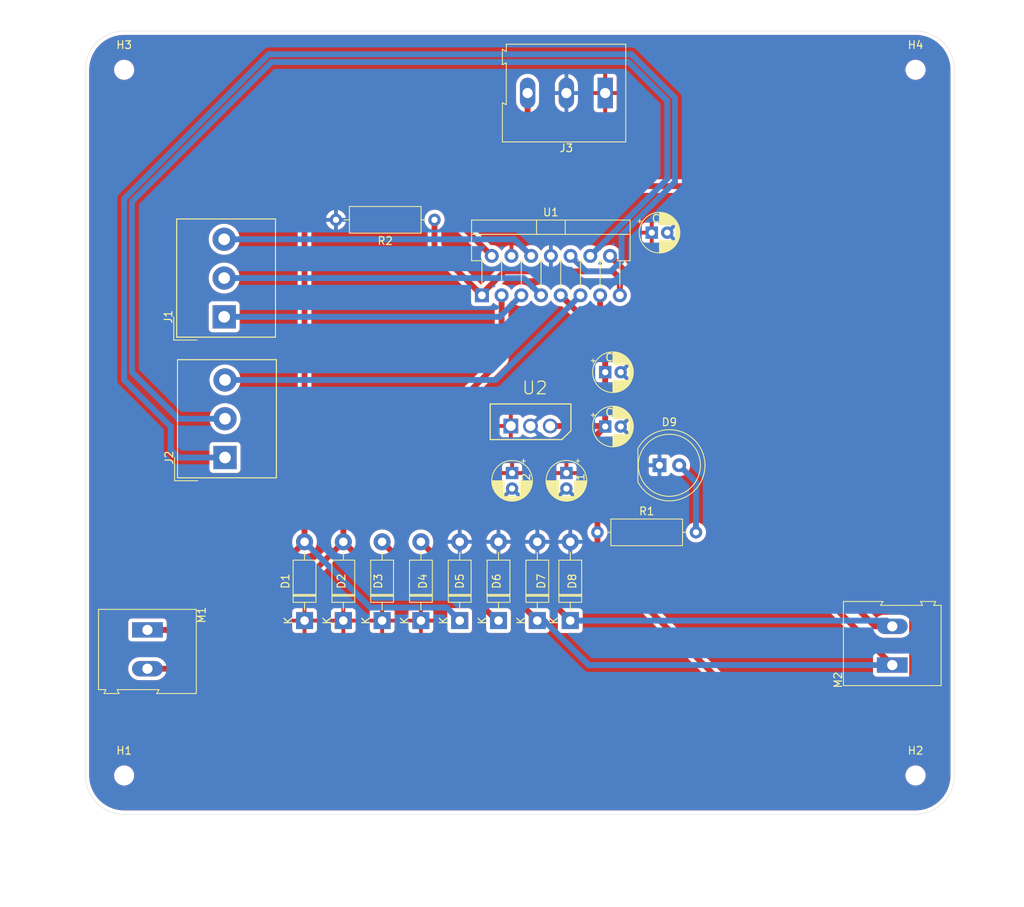
<source format=kicad_pcb>
(kicad_pcb (version 20221018) (generator pcbnew)
  (title_block (title "L298N Motor driver module ") (date "2023-12-11") (rev "4") (company "Author: Arthur Kibalama "))
  (layers (0 "F.Cu" signal) (31 "B.Cu" signal) (34 "B.Paste" user) (35 "F.Paste" user) (36 "B.SilkS" user "B.Silkscreen") (37 "F.SilkS" user "F.Silkscreen") (38 "B.Mask" user) (39 "F.Mask" user) (44 "Edge.Cuts" user))
  (net 0 "")
  (net 1 "+12V")
  (net 2 "GND")
  (net 3 "+5V")
  (net 4 "Net-(D1-A)")
  (net 5 "Net-(D2-A)")
  (net 6 "Net-(D3-A)")
  (net 7 "Net-(D4-A)")
  (net 8 "Net-(D9-A)")
  (net 9 "Net-(U1-SENSE_A)")
  (net 10 "Net-(J1-Pin_1)")
  (net 11 "Net-(J1-Pin_3)")
  (net 12 "Net-(J1-Pin_2)")
  (net 13 "Net-(J2-Pin_1)")
  (net 14 "Net-(J2-Pin_3)")
  (net 15 "Net-(J2-Pin_2)")
  (footprint "Diode_THT:D_DO-41_SOD81_P10.16mm_Horizontal" (layer "F.Cu") (at 124.25 107.03 90)
    (fp_text reference "D2" (at 5.08 -0.25 90) (layer "F.SilkS"))
    (fp_text value "1N4007")
    (fp_text user "K" (at 0 -2.1 90) (layer "F.SilkS"))
    (pad "1" thru_hole rect (at 0 0 90) (size 2.2 2.2) (drill 1.1) (layers "*.Cu" "*.Mask") (net 1 "+12V"))
    (pad "2" thru_hole oval (at 10.16 0 90) (size 2.2 2.2) (drill 1.1) (layers "*.Cu" "*.Mask") (net 5 "Net-(D2-A)"))
  )
  (footprint "Diode_THT:D_DO-41_SOD81_P10.16mm_Horizontal" (layer "F.Cu") (at 134.25 107.03 90)
    (fp_text reference "D4" (at 5.08 0.25 90) (layer "F.SilkS"))
    (fp_text value "1N4007")
    (fp_text user "K" (at 0 -2.1 90) (layer "F.SilkS"))
    (pad "1" thru_hole rect (at 0 0 90) (size 2.2 2.2) (drill 1.1) (layers "*.Cu" "*.Mask") (net 1 "+12V"))
    (pad "2" thru_hole oval (at 10.16 0 90) (size 2.2 2.2) (drill 1.1) (layers "*.Cu" "*.Mask") (net 7 "Net-(D4-A)"))
  )
  (footprint "TerminalBlock:TerminalBlock_Altech_AK300-2_P5.00mm" (layer "F.Cu") (at 99 108.235 -90)
    (fp_text reference "M1" (at -1.92 -6.99 90) (layer "F.SilkS"))
    (fp_text value "Motor_DC")
    (pad "1" thru_hole rect (at 0 0 270) (size 1.98 3.96) (drill 1.32) (layers "*.Cu" "*.Mask") (net 4 "Net-(D1-A)"))
    (pad "2" thru_hole oval (at 5 0 270) (size 1.98 3.96) (drill 1.32) (layers "*.Cu" "*.Mask") (net 5 "Net-(D2-A)"))
  )
  (footprint "TerminalBlock_Altech:Altech_AK300_1x03_P5.00mm_45-Degree" (layer "F.Cu") (at 108.8925 67.8575 90)
    (fp_text reference "J1" (at 0 -7.2 90) (layer "F.SilkS"))
    (fp_text value "Conn_01x03_Pin")
    (pad "1" thru_hole rect (at 0 0 90) (size 3 3) (drill 1.5) (layers "*.Cu" "*.Mask") (net 10 "Net-(J1-Pin_1)"))
    (pad "2" thru_hole circle (at 5 0 90) (size 3 3) (drill 1.5) (layers "*.Cu" "*.Mask") (net 12 "Net-(J1-Pin_2)"))
    (pad "3" thru_hole circle (at 10 0 90) (size 3 3) (drill 1.5) (layers "*.Cu" "*.Mask") (net 11 "Net-(J1-Pin_3)"))
  )
  (footprint "Diode_THT:D_DO-41_SOD81_P10.16mm_Horizontal" (layer "F.Cu") (at 153.5 107.03 90)
    (fp_text reference "D8" (at 5.08 0.25 90) (layer "F.SilkS"))
    (fp_text value "1N4007")
    (fp_text user "K" (at 0 -2.1 90) (layer "F.SilkS"))
    (pad "1" thru_hole rect (at 0 0 90) (size 2.2 2.2) (drill 1.1) (layers "*.Cu" "*.Mask") (net 7 "Net-(D4-A)"))
    (pad "2" thru_hole oval (at 10.16 0 90) (size 2.2 2.2) (drill 1.1) (layers "*.Cu" "*.Mask") (net 2 "GND"))
  )
  (footprint "Diode_THT:D_DO-41_SOD81_P10.16mm_Horizontal" (layer "F.Cu") (at 149.25 107.03 90)
    (fp_text reference "D7" (at 5.08 0.5 90) (layer "F.SilkS"))
    (fp_text value "1N4007")
    (fp_text user "K" (at 0 -2.1 90) (layer "F.SilkS"))
    (pad "1" thru_hole rect (at 0 0 90) (size 2.2 2.2) (drill 1.1) (layers "*.Cu" "*.Mask") (net 6 "Net-(D3-A)"))
    (pad "2" thru_hole oval (at 10.16 0 90) (size 2.2 2.2) (drill 1.1) (layers "*.Cu" "*.Mask") (net 2 "GND"))
  )
  (footprint "MountingHole:MountingHole_2.1mm" (layer "F.Cu") (at 198 36)
    (fp_text reference "H4" (at 0 -3.2) (layer "F.SilkS"))
    (fp_text value "MountingHole")
    (pad "" np_thru_hole circle (at 0 0) (size 2.1 2.1) (drill 2.1) (layers "*.Cu" "*.Mask"))
  )
  (footprint "MountingHole:MountingHole_2.1mm" (layer "F.Cu") (at 198 127)
    (fp_text reference "H2" (at 0 -3.2) (layer "F.SilkS"))
    (fp_text value "MountingHole")
    (pad "" np_thru_hole circle (at 0 0) (size 2.1 2.1) (drill 2.1) (layers "*.Cu" "*.Mask"))
  )
  (footprint "Resistor_THT:R_Axial_DIN0309_L9.0mm_D3.2mm_P12.70mm_Horizontal" (layer "F.Cu") (at 136 55.35 180)
    (fp_text reference "R2" (at 6.35 -2.72) (layer "F.SilkS"))
    (fp_text value "0.5R")
    (pad "1" thru_hole circle (at 0 0 180) (size 1.6 1.6) (drill 0.8) (layers "*.Cu" "*.Mask") (net 9 "Net-(U1-SENSE_A)"))
    (pad "2" thru_hole oval (at 12.7 0 180) (size 1.6 1.6) (drill 0.8) (layers "*.Cu" "*.Mask") (net 2 "GND"))
  )
  (footprint "Capacitor_THT:CP_Radial_D5.0mm_P2.00mm" (layer "F.Cu") (at 158 82)
    (fp_text reference "C4" (at 1 -1.81) (layer "F.SilkS"))
    (fp_text value "1uF")
    (pad "1" thru_hole rect (at 0 0) (size 1.6 1.6) (drill 0.8) (layers "*.Cu" "*.Mask") (net 3 "+5V"))
    (pad "2" thru_hole circle (at 2 0) (size 1.6 1.6) (drill 0.8) (layers "*.Cu" "*.Mask") (net 2 "GND"))
  )
  (footprint "Diode_THT:D_DO-41_SOD81_P10.16mm_Horizontal" (layer "F.Cu") (at 144.25 107.03 90)
    (fp_text reference "D6" (at 5.08 -0.25 90) (layer "F.SilkS"))
    (fp_text value "1N4007")
    (fp_text user "K" (at 0 -2.1 90) (layer "F.SilkS"))
    (pad "1" thru_hole rect (at 0 0 90) (size 2.2 2.2) (drill 1.1) (layers "*.Cu" "*.Mask") (net 5 "Net-(D2-A)"))
    (pad "2" thru_hole oval (at 10.16 0 90) (size 2.2 2.2) (drill 1.1) (layers "*.Cu" "*.Mask") (net 2 "GND"))
  )
  (footprint "TerminalBlock:TerminalBlock_Altech_AK300-3_P5.00mm" (layer "F.Cu") (at 158 39 180)
    (fp_text reference "J3" (at 5 -7.1) (layer "F.SilkS"))
    (fp_text value "~")
    (pad "1" thru_hole rect (at 0 0 180) (size 1.98 3.96) (drill 1.32) (layers "*.Cu" "*.Mask") (net 1 "+12V"))
    (pad "2" thru_hole oval (at 5 0 180) (size 1.98 3.96) (drill 1.32) (layers "*.Cu" "*.Mask") (net 2 "GND"))
    (pad "3" thru_hole oval (at 10 0 180) (size 1.98 3.96) (drill 1.32) (layers "*.Cu" "*.Mask") (net 3 "+5V"))
  )
  (footprint "TerminalBlock_Altech:Altech_AK300_1x03_P5.00mm_45-Degree" (layer "F.Cu") (at 109 86 90)
    (fp_text reference "J2" (at 0 -7.2 90) (layer "F.SilkS"))
    (fp_text value "Conn_01x03_Pin")
    (pad "1" thru_hole rect (at 0 0 90) (size 3 3) (drill 1.5) (layers "*.Cu" "*.Mask") (net 13 "Net-(J2-Pin_1)"))
    (pad "2" thru_hole circle (at 5 0 90) (size 3 3) (drill 1.5) (layers "*.Cu" "*.Mask") (net 15 "Net-(J2-Pin_2)"))
    (pad "3" thru_hole circle (at 10 0 90) (size 3 3) (drill 1.5) (layers "*.Cu" "*.Mask") (net 14 "Net-(J2-Pin_3)"))
  )
  (footprint "Diode_THT:D_DO-41_SOD81_P10.16mm_Horizontal" (layer "F.Cu") (at 129.25 107.03 90)
    (fp_text reference "D3" (at 5.08 -0.5 90) (layer "F.SilkS"))
    (fp_text value "1N4007")
    (fp_text user "K" (at 0 -2.1 90) (layer "F.SilkS"))
    (pad "1" thru_hole rect (at 0 0 90) (size 2.2 2.2) (drill 1.1) (layers "*.Cu" "*.Mask") (net 1 "+12V"))
    (pad "2" thru_hole oval (at 10.16 0 90) (size 2.2 2.2) (drill 1.1) (layers "*.Cu" "*.Mask") (net 6 "Net-(D3-A)"))
  )
  (footprint "78M05 Voltage regulator :Linear Voltage Regulator IC" (layer "F.Cu") (at 150.918425 80.8438)
    (fp_text reference "U2" (at -1.983285 -3.814005) (layer "F.SilkS") (effects (font (size 1.641724 1.641724))))
    (fp_text value "L7805")
    (pad "1" thru_hole rect (at -5.08 1.0922) (size 1.905 1.905) (drill 1.27) (layers "*.Cu" "*.Mask") (net 1 "+12V"))
    (pad "2" thru_hole circle (at -2.54 1.0922) (size 1.905 1.905) (drill 1.27) (layers "*.Cu" "*.Mask") (net 2 "GND"))
    (pad "3" thru_hole circle (at 0 1.0922) (size 1.905 1.905) (drill 1.27) (layers "*.Cu" "*.Mask") (net 3 "+5V"))
  )
  (footprint "Capacitor_THT:CP_Radial_D5.0mm_P2.00mm" (layer "F.Cu") (at 158 75)
    (fp_text reference "C3" (at 1 -1.9) (layer "F.SilkS"))
    (fp_text value "0.1uF")
    (pad "1" thru_hole rect (at 0 0) (size 1.6 1.6) (drill 0.8) (layers "*.Cu" "*.Mask") (net 3 "+5V"))
    (pad "2" thru_hole circle (at 2 0) (size 1.6 1.6) (drill 0.8) (layers "*.Cu" "*.Mask") (net 2 "GND"))
  )
  (footprint "Capacitor_THT:CP_Radial_D5.0mm_P2.00mm" (layer "F.Cu") (at 164 57)
    (fp_text reference "C5" (at 1 -1.81) (layer "F.SilkS"))
    (fp_text value "220uF")
    (pad "1" thru_hole rect (at 0 0) (size 1.6 1.6) (drill 0.8) (layers "*.Cu" "*.Mask") (net 1 "+12V"))
    (pad "2" thru_hole circle (at 2 0) (size 1.6 1.6) (drill 0.8) (layers "*.Cu" "*.Mask") (net 2 "GND"))
  )
  (footprint "Diode_THT:D_DO-41_SOD81_P10.16mm_Horizontal" (layer "F.Cu") (at 119.25 107.03 90)
    (fp_text reference "D1" (at 5.08 -2.47 90) (layer "F.SilkS"))
    (fp_text value "1N4007")
    (fp_text user "K" (at 0 -2.1 90) (layer "F.SilkS"))
    (pad "1" thru_hole rect (at 0 0 90) (size 2.2 2.2) (drill 1.1) (layers "*.Cu" "*.Mask") (net 1 "+12V"))
    (pad "2" thru_hole oval (at 10.16 0 90) (size 2.2 2.2) (drill 1.1) (layers "*.Cu" "*.Mask") (net 4 "Net-(D1-A)"))
  )
  (footprint "MountingHole:MountingHole_2.1mm" (layer "F.Cu") (at 96 127)
    (fp_text reference "H1" (at 0 -3.2) (layer "F.SilkS"))
    (fp_text value "MountingHole")
    (pad "" np_thru_hole circle (at 0 0) (size 2.1 2.1) (drill 2.1) (layers "*.Cu" "*.Mask"))
  )
  (footprint "TerminalBlock:TerminalBlock_Altech_AK300-2_P5.00mm" (layer "F.Cu") (at 195 112.765 90)
    (fp_text reference "M2" (at -1.92 -6.99 90) (layer "F.SilkS"))
    (fp_text value "Motor_DC")
    (pad "1" thru_hole rect (at 0 0 90) (size 1.98 3.96) (drill 1.32) (layers "*.Cu" "*.Mask") (net 6 "Net-(D3-A)"))
    (pad "2" thru_hole oval (at 5 0 90) (size 1.98 3.96) (drill 1.32) (layers "*.Cu" "*.Mask") (net 7 "Net-(D4-A)"))
  )
  (footprint "Capacitor_THT:CP_Radial_D5.0mm_P2.00mm" (layer "F.Cu") (at 153 88 -90)
    (fp_text reference "C1" (at 1 -1.81 90) (layer "F.SilkS"))
    (fp_text value "10uF")
    (pad "1" thru_hole rect (at 0 0 270) (size 1.6 1.6) (drill 0.8) (layers "*.Cu" "*.Mask") (net 1 "+12V"))
    (pad "2" thru_hole circle (at 2 0 270) (size 1.6 1.6) (drill 0.8) (layers "*.Cu" "*.Mask") (net 2 "GND"))
  )
  (footprint "MountingHole:MountingHole_2.1mm" (layer "F.Cu") (at 96 36)
    (fp_text reference "H3" (at 0 -3.2) (layer "F.SilkS"))
    (fp_text value "MountingHole")
    (pad "" np_thru_hole circle (at 0 0) (size 2.1 2.1) (drill 2.1) (layers "*.Cu" "*.Mask"))
  )
  (footprint "Package_TO_SOT_THT:TO-220-15_P2.54x2.54mm_StaggerOdd_Lead4.58mm_Vertical" (layer "F.Cu") (at 142.11 65.08)
    (fp_text reference "U1" (at 8.89 -10.7) (layer "F.SilkS"))
    (fp_text value "L298N")
    (pad "1" thru_hole rect (at 0 0) (size 1.8 1.8) (drill 1) (layers "*.Cu" "*.Mask") (net 9 "Net-(U1-SENSE_A)"))
    (pad "2" thru_hole oval (at 1.27 -5.08) (size 1.8 1.8) (drill 1) (layers "*.Cu" "*.Mask") (net 4 "Net-(D1-A)"))
    (pad "3" thru_hole oval (at 2.54 0) (size 1.8 1.8) (drill 1) (layers "*.Cu" "*.Mask") (net 5 "Net-(D2-A)"))
    (pad "4" thru_hole oval (at 3.81 -5.08) (size 1.8 1.8) (drill 1) (layers "*.Cu" "*.Mask") (net 1 "+12V"))
    (pad "5" thru_hole oval (at 5.08 0) (size 1.8 1.8) (drill 1) (layers "*.Cu" "*.Mask") (net 10 "Net-(J1-Pin_1)"))
    (pad "6" thru_hole oval (at 6.35 -5.08) (size 1.8 1.8) (drill 1) (layers "*.Cu" "*.Mask") (net 11 "Net-(J1-Pin_3)"))
    (pad "7" thru_hole oval (at 7.62 0) (size 1.8 1.8) (drill 1) (layers "*.Cu" "*.Mask") (net 12 "Net-(J1-Pin_2)"))
    (pad "8" thru_hole oval (at 8.89 -5.08) (size 1.8 1.8) (drill 1) (layers "*.Cu" "*.Mask") (net 2 "GND"))
    (pad "9" thru_hole oval (at 10.16 0) (size 1.8 1.8) (drill 1) (layers "*.Cu" "*.Mask") (net 3 "+5V"))
    (pad "10" thru_hole oval (at 11.43 -5.08) (size 1.8 1.8) (drill 1) (layers "*.Cu" "*.Mask") (net 13 "Net-(J2-Pin_1)"))
    (pad "11" thru_hole oval (at 12.7 0) (size 1.8 1.8) (drill 1) (layers "*.Cu" "*.Mask") (net 14 "Net-(J2-Pin_3)"))
    (pad "12" thru_hole oval (at 13.97 -5.08) (size 1.8 1.8) (drill 1) (layers "*.Cu" "*.Mask") (net 15 "Net-(J2-Pin_2)"))
    (pad "13" thru_hole oval (at 15.24 0) (size 1.8 1.8) (drill 1) (layers "*.Cu" "*.Mask") (net 6 "Net-(D3-A)"))
    (pad "14" thru_hole oval (at 16.51 -5.08) (size 1.8 1.8) (drill 1) (layers "*.Cu" "*.Mask") (net 7 "Net-(D4-A)"))
    (pad "15" thru_hole oval (at 17.78 0) (size 1.8 1.8) (drill 1) (layers "*.Cu" "*.Mask") (net 9 "Net-(U1-SENSE_A)"))
  )
  (footprint "Resistor_THT:R_Axial_DIN0309_L9.0mm_D3.2mm_P12.70mm_Horizontal" (layer "F.Cu") (at 157 95.65)
    (fp_text reference "R1" (at 6.35 -2.72) (layer "F.SilkS"))
    (fp_text value "1k")
    (pad "1" thru_hole circle (at 0 0) (size 1.6 1.6) (drill 0.8) (layers "*.Cu" "*.Mask") (net 3 "+5V"))
    (pad "2" thru_hole oval (at 12.7 0) (size 1.6 1.6) (drill 0.8) (layers "*.Cu" "*.Mask") (net 8 "Net-(D9-A)"))
  )
  (footprint "Capacitor_THT:CP_Radial_D5.0mm_P2.00mm" (layer "F.Cu") (at 146 88 -90)
    (fp_text reference "C2" (at 1 -1.81 90) (layer "F.SilkS"))
    (fp_text value "1000uF")
    (pad "1" thru_hole rect (at 0 0 270) (size 1.6 1.6) (drill 0.8) (layers "*.Cu" "*.Mask") (net 1 "+12V"))
    (pad "2" thru_hole circle (at 2 0 270) (size 1.6 1.6) (drill 0.8) (layers "*.Cu" "*.Mask") (net 2 "GND"))
  )
  (footprint "Diode_THT:D_DO-41_SOD81_P10.16mm_Horizontal" (layer "F.Cu") (at 139.25 107.03 90)
    (fp_text reference "D5" (at 5.08 0 90) (layer "F.SilkS"))
    (fp_text value "1N4007")
    (fp_text user "K" (at 0 -2.1 90) (layer "F.SilkS"))
    (pad "1" thru_hole rect (at 0 0 90) (size 2.2 2.2) (drill 1.1) (layers "*.Cu" "*.Mask") (net 4 "Net-(D1-A)"))
    (pad "2" thru_hole oval (at 10.16 0 90) (size 2.2 2.2) (drill 1.1) (layers "*.Cu" "*.Mask") (net 2 "GND"))
  )
  (footprint "LED_THT:LED_D8.0mm" (layer "F.Cu") (at 165 87)
    (fp_text reference "D9" (at 1.27 -5.56) (layer "F.SilkS"))
    (fp_text value "LED")
    (pad "1" thru_hole rect (at 0 0) (size 1.8 1.8) (drill 0.9) (layers "*.Cu" "*.Mask") (net 2 "GND"))
    (pad "2" thru_hole circle (at 2.54 0) (size 1.8 1.8) (drill 0.9) (layers "*.Cu" "*.Mask") (net 8 "Net-(D9-A)"))
  )
  (gr_line (start 203 127) (end 203 36) (stroke (width 0.05)) (layer "Edge.Cuts"))
  (gr_line (start 96 132) (end 198 132) (stroke (width 0.05)) (layer "Edge.Cuts"))
  (gr_arc (start 91 36) (mid 92.464466 32.464466) (end 96 31) (stroke (width 0.05)) (layer "Edge.Cuts"))
  (gr_line (start 198 31) (end 96 31) (stroke (width 0.05)) (layer "Edge.Cuts"))
  (gr_arc (start 198 31) (mid 201.535534 32.464466) (end 203 36) (stroke (width 0.05)) (layer "Edge.Cuts"))
  (gr_arc (start 96 132) (mid 92.464466 130.535534) (end 91 127) (stroke (width 0.05)) (layer "Edge.Cuts"))
  (gr_arc (start 203 127) (mid 201.535534 130.535534) (end 198 132) (stroke (width 0.05)) (layer "Edge.Cuts"))
  (gr_line (start 91 36) (end 91 127) (stroke (width 0.05)) (layer "Edge.Cuts"))
  (segment (start 197.56 94.56) (end 181 78) (width 0.76) (layer "F.Cu") (net 3))
  (segment (start 181 60) (end 172 51) (width 0.76) (layer "F.Cu") (net 3))
  (segment (start 194.56 118) (end 197.56 115) (width 0.76) (layer "F.Cu") (net 3))
  (segment (start 150.918425 81.936) (end 157.936 81.936) (width 0.76) (layer "F.Cu") (net 3))
  (segment (start 172 51) (end 156 51) (width 0.76) (layer "F.Cu") (net 3))
  (segment (start 176 118) (end 194.56 118) (width 0.76) (layer "F.Cu") (net 3))
  (segment (start 157 95.65) (end 157 83) (width 0.76) (layer "F.Cu") (net 3))
  (segment (start 158 75) (end 158 70.81) (width 0.76) (layer "F.Cu") (net 3))
  (segment (start 157 83) (end 158 82) (width 0.76) (layer "F.Cu") (net 3))
  (segment (start 158 82) (end 158 75) (width 0.76) (layer "F.Cu") (net 3))
  (segment (start 156 51) (end 148 43) (width 0.76) (layer "F.Cu") (net 3))
  (segment (start 157.936 81.936) (end 158 82) (width 0.76) (layer "F.Cu") (net 3))
  (segment (start 181 78) (end 181 60) (width 0.76) (layer "F.Cu") (net 3))
  (segment (start 197.56 115) (end 197.56 94.56) (width 0.76) (layer "F.Cu") (net 3))
  (segment (start 157 95.65) (end 157 99) (width 0.76) (layer "F.Cu") (net 3))
  (segment (start 148 43) (end 148 39) (width 0.76) (layer "F.Cu") (net 3))
  (segment (start 157 99) (end 176 118) (width 0.76) (layer "F.Cu") (net 3))
  (segment (start 158 70.81) (end 152.27 65.08) (width 0.76) (layer "F.Cu") (net 3))
  (segment (start 119.25 96.87) (end 119.25 55.75) (width 0.76) (layer "F.Cu") (net 4))
  (segment (start 119.25 55.75) (end 126 49) (width 0.76) (layer "F.Cu") (net 4))
  (segment (start 107.885 108.235) (end 119.25 96.87) (width 0.76) (layer "F.Cu") (net 4))
  (segment (start 126 49) (end 132.38 49) (width 0.76) (layer "F.Cu") (net 4))
  (segment (start 132.38 49) (end 143.38 60) (width 0.76) (layer "F.Cu") (net 4))
  (segment (start 99 108.235) (end 107.885 108.235) (width 0.76) (layer "F.Cu") (net 4))
  (segment (start 127.73 105.35) (end 137.57 105.35) (width 0.76) (layer "B.Cu") (net 4))
  (segment (start 119.25 96.87) (end 127.73 105.35) (width 0.76) (layer "B.Cu") (net 4))
  (segment (start 137.57 105.35) (end 139.25 107.03) (width 0.76) (layer "B.Cu") (net 4))
  (segment (start 124.25 93.75) (end 144.65 73.35) (width 0.76) (layer "F.Cu") (net 5))
  (segment (start 124.25 96.87) (end 124.25 93.75) (width 0.76) (layer "F.Cu") (net 5))
  (segment (start 144.03 107.03) (end 144.25 107.03) (width 0.76) (layer "F.Cu") (net 5))
  (segment (start 99 113.235) (end 107.885 113.235) (width 0.76) (layer "F.Cu") (net 5))
  (segment (start 139 102) (end 144.03 107.03) (width 0.76) (layer "F.Cu") (net 5))
  (segment (start 107.885 113.235) (end 124.25 96.87) (width 0.76) (layer "F.Cu") (net 5))
  (segment (start 144.65 65.08) (end 144.65 73.35) (width 0.76) (layer "F.Cu") (net 5))
  (segment (start 124.25 96.87) (end 129.38 102) (width 0.76) (layer "F.Cu") (net 5))
  (segment (start 129.38 102) (end 139 102) (width 0.76) (layer "F.Cu") (net 5))
  (segment (start 175.130225 92.895225) (end 175.130225 85.130225) (width 0.76) (layer "F.Cu") (net 6))
  (segment (start 175.130225 85.130225) (end 157.35 67.35) (width 0.76) (layer "F.Cu") (net 6))
  (segment (start 129.25 96.87) (end 133.38 101) (width 0.76) (layer "F.Cu") (net 6))
  (segment (start 157.35 67.35) (end 157.35 65.08) (width 0.76) (layer "F.Cu") (net 6))
  (segment (start 133.38 101) (end 143.22 101) (width 0.76) (layer "F.Cu") (net 6))
  (segment (start 195 112.765) (end 175.130225 92.895225) (width 0.76) (layer "F.Cu") (net 6))
  (segment (start 143.22 101) (end 149.25 107.03) (width 0.76) (layer "F.Cu") (net 6))
  (segment (start 149.25 107.03) (end 150.14 107.03) (width 0.76) (layer "B.Cu") (net 6))
  (segment (start 155.875 112.765) (end 195 112.765) (width 0.76) (layer "B.Cu") (net 6))
  (segment (start 150.14 107.03) (end 155.875 112.765) (width 0.76) (layer "B.Cu") (net 6))
  (segment (start 146.47 100) (end 137.38 100) (width 0.76) (layer "F.Cu") (net 7))
  (segment (start 153.5 107.03) (end 146.47 100) (width 0.76) (layer "F.Cu") (net 7))
  (segment (start 137.38 100) (end 134.25 96.87) (width 0.76) (layer "F.Cu") (net 7))
  (segment (start 177 85) (end 177 92) (width 0.76) (layer "F.Cu") (net 7))
  (segment (start 192.765 107.765) (end 195 107.765) (width 0.76) (layer "F.Cu") (net 7))
  (segment (start 177 92) (end 192.765 107.765) (width 0.76) (layer "F.Cu") (net 7))
  (segment (start 162 63.38) (end 162 70) (width 0.76) (layer "F.Cu") (net 7))
  (segment (start 158.62 60) (end 162 63.38) (width 0.76) (layer "F.Cu") (net 7))
  (segment (start 162 70) (end 177 85) (width 0.76) (layer "F.Cu") (net 7))
  (segment (start 194.265 107.03) (end 195 107.765) (width 0.76) (layer "B.Cu") (net 7))
  (segment (start 153.5 107.03) (end 194.265 107.03) (width 0.76) (layer "B.Cu") (net 7))
  (segment (start 169.7 89.16) (end 167.54 87) (width 0.76) (layer "B.Cu") (net 8))
  (segment (start 169.7 95.65) (end 169.7 89.16) (width 0.76) (layer "B.Cu") (net 8))
  (segment (start 159 62) (end 145 62) (width 0.76) (layer "F.Cu") (net 9))
  (segment (start 159.89 62.89) (end 159 62) (width 0.76) (layer "F.Cu") (net 9))
  (segment (start 136 58.97) (end 142.11 65.08) (width 0.76) (layer "F.Cu") (net 9))
  (segment (start 145 62) (end 142.11 64.89) (width 0.76) (layer "F.Cu") (net 9))
  (segment (start 136 55.35) (end 136 58.97) (width 0.76) (layer "F.Cu") (net 9))
  (segment (start 142.11 64.89) (end 142.11 65.08) (width 0.76) (layer "F.Cu") (net 9))
  (segment (start 159.89 65.08) (end 159.89 62.89) (width 0.76) (layer "F.Cu") (net 9))
  (segment (start 144.4125 67.8575) (end 147.19 65.08) (width 0.76) (layer "B.Cu") (net 10))
  (segment (start 108.8925 67.8575) (end 144.4125 67.8575) (width 0.76) (layer "B.Cu") (net 10))
  (segment (start 108.8925 57.8575) (end 146.3175 57.8575) (width 0.76) (layer "B.Cu") (net 11))
  (segment (start 146.3175 57.8575) (end 148.46 60) (width 0.76) (layer "B.Cu") (net 11))
  (segment (start 147.5075 62.8575) (end 149.73 65.08) (width 0.76) (layer "B.Cu") (net 12))
  (segment (start 108.8925 62.8575) (end 147.5075 62.8575) (width 0.76) (layer "B.Cu") (net 12))
  (segment (start 109 86) (end 103 86) (width 0.76) (layer "B.Cu") (net 13))
  (segment (start 158.713037 62) (end 155.54 62) (width 0.76) (layer "B.Cu") (net 13))
  (segment (start 103 86) (end 102 85) (width 0.76) (layer "B.Cu") (net 13))
  (segment (start 161.357646 34) (end 167 39.642354) (width 0.76) (layer "B.Cu") (net 13))
  (segment (start 102 82) (end 96 76) (width 0.76) (layer "B.Cu") (net 13))
  (segment (start 160.1 57.337646) (end 160.1 60.613037) (width 0.76) (layer "B.Cu") (net 13))
  (segment (start 167 50.437646) (end 160.1 57.337646) (width 0.76) (layer "B.Cu") (net 13))
  (segment (start 102 85) (end 102 82) (width 0.76) (layer "B.Cu") (net 13))
  (segment (start 160.1 60.613037) (end 158.713037 62) (width 0.76) (layer "B.Cu") (net 13))
  (segment (start 155.54 62) (end 153.54 60) (width 0.76) (layer "B.Cu") (net 13))
  (segment (start 167 39.642354) (end 167 50.437646) (width 0.76) (layer "B.Cu") (net 13))
  (segment (start 96 52.642354) (end 114.642354 34) (width 0.76) (layer "B.Cu") (net 13))
  (segment (start 114.642354 34) (end 161.357646 34) (width 0.76) (layer "B.Cu") (net 13))
  (segment (start 96 76) (end 96 52.642354) (width 0.76) (layer "B.Cu") (net 13))
  (segment (start 143.89 76) (end 154.81 65.08) (width 0.76) (layer "B.Cu") (net 14))
  (segment (start 109 76) (end 143.89 76) (width 0.76) (layer "B.Cu") (net 14))
  (segment (start 166 50.08) (end 156.08 60) (width 0.76) (layer "B.Cu") (net 15))
  (segment (start 97 75) (end 97 53) (width 0.76) (layer "B.Cu") (net 15))
  (segment (start 97 53) (end 115 35) (width 0.76) (layer "B.Cu") (net 15))
  (segment (start 161 35) (end 166 40) (width 0.76) (layer "B.Cu") (net 15))
  (segment (start 109 81) (end 103 81) (width 0.76) (layer "B.Cu") (net 15))
  (segment (start 115 35) (end 161 35) (width 0.76) (layer "B.Cu") (net 15))
  (segment (start 103 81) (end 97 75) (width 0.76) (layer "B.Cu") (net 15))
  (segment (start 166 40) (end 166 50.08) (width 0.76) (layer "B.Cu") (net 15))
  (zone (net 1) (net_name "+12V") (layer "F.Cu") (connect_pads (clearance 0.5)) (min_thickness 0.25) (fill yes (thermal_gap 0.5) (thermal_bridge_width 0.5) (island_removal_mode 1) (island_area_min 10))
    (polygon (pts (xy 80 27) (xy 212 27) (xy 212 144) (xy 80 144)))
  )
  (zone (net 2) (net_name "GND") (layer "B.Cu") (priority 1) (connect_pads (clearance 0.5)) (min_thickness 0.25) (fill yes (thermal_gap 0.5) (thermal_bridge_width 0.5) (island_removal_mode 1) (island_area_min 10))
    (polygon (pts (xy 80 27) (xy 212 27) (xy 212 144) (xy 80 144)))
  )
)
</source>
